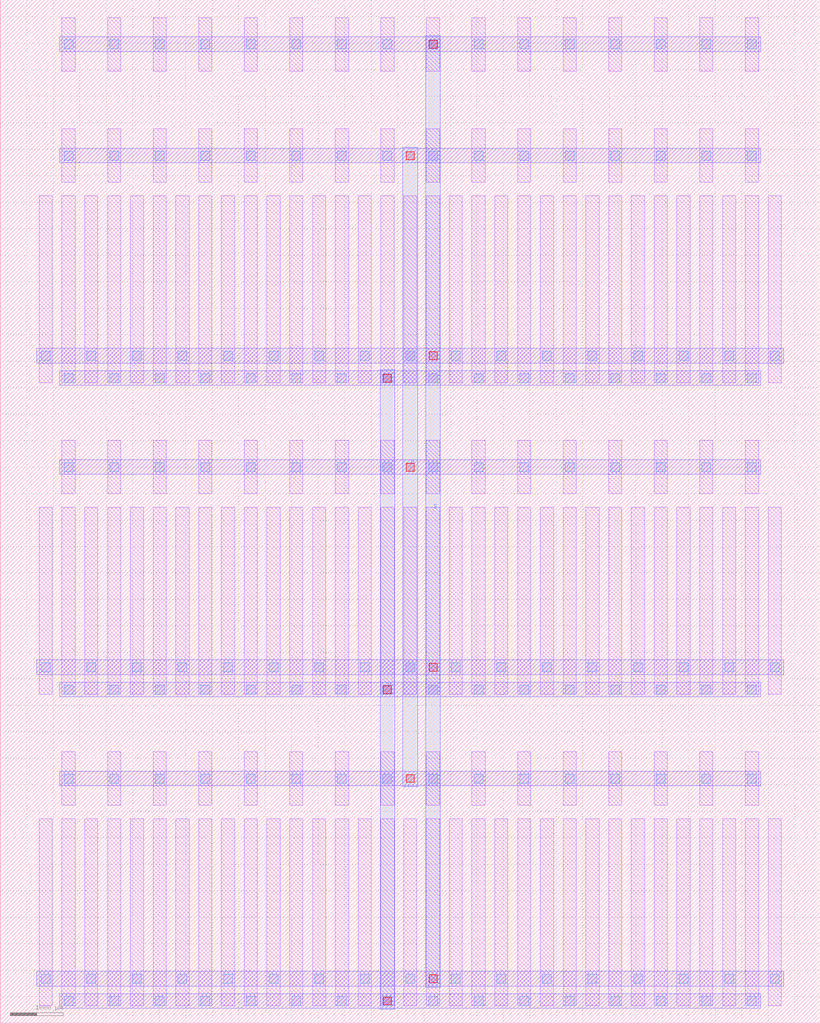
<source format=lef>
MACRO PMOS_S_71888108_X16_Y3
  UNITS 
    DATABASE MICRONS UNITS 1000;
  END UNITS 
  ORIGIN 0 0 ;
  FOREIGN PMOS_S_71888108_X16_Y3 0 0 ;
  SIZE 15480 BY 19320 ;
  PIN D
    DIRECTION INOUT ;
    USE SIGNAL ;
    PORT
      LAYER M3 ;
        RECT 7170 260 7450 12340 ;
    END
  END D
  PIN G
    DIRECTION INOUT ;
    USE SIGNAL ;
    PORT
      LAYER M3 ;
        RECT 7600 4460 7880 16540 ;
    END
  END G
  PIN S
    DIRECTION INOUT ;
    USE SIGNAL ;
    PORT
      LAYER M3 ;
        RECT 8030 680 8310 18640 ;
    END
  END S
  OBS
    LAYER M1 ;
      RECT 1165 335 1415 3865 ;
    LAYER M1 ;
      RECT 1165 4115 1415 5125 ;
    LAYER M1 ;
      RECT 1165 6215 1415 9745 ;
    LAYER M1 ;
      RECT 1165 9995 1415 11005 ;
    LAYER M1 ;
      RECT 1165 12095 1415 15625 ;
    LAYER M1 ;
      RECT 1165 15875 1415 16885 ;
    LAYER M1 ;
      RECT 1165 17975 1415 18985 ;
    LAYER M1 ;
      RECT 735 335 985 3865 ;
    LAYER M1 ;
      RECT 735 6215 985 9745 ;
    LAYER M1 ;
      RECT 735 12095 985 15625 ;
    LAYER M1 ;
      RECT 1595 335 1845 3865 ;
    LAYER M1 ;
      RECT 1595 6215 1845 9745 ;
    LAYER M1 ;
      RECT 1595 12095 1845 15625 ;
    LAYER M1 ;
      RECT 2025 335 2275 3865 ;
    LAYER M1 ;
      RECT 2025 4115 2275 5125 ;
    LAYER M1 ;
      RECT 2025 6215 2275 9745 ;
    LAYER M1 ;
      RECT 2025 9995 2275 11005 ;
    LAYER M1 ;
      RECT 2025 12095 2275 15625 ;
    LAYER M1 ;
      RECT 2025 15875 2275 16885 ;
    LAYER M1 ;
      RECT 2025 17975 2275 18985 ;
    LAYER M1 ;
      RECT 2455 335 2705 3865 ;
    LAYER M1 ;
      RECT 2455 6215 2705 9745 ;
    LAYER M1 ;
      RECT 2455 12095 2705 15625 ;
    LAYER M1 ;
      RECT 2885 335 3135 3865 ;
    LAYER M1 ;
      RECT 2885 4115 3135 5125 ;
    LAYER M1 ;
      RECT 2885 6215 3135 9745 ;
    LAYER M1 ;
      RECT 2885 9995 3135 11005 ;
    LAYER M1 ;
      RECT 2885 12095 3135 15625 ;
    LAYER M1 ;
      RECT 2885 15875 3135 16885 ;
    LAYER M1 ;
      RECT 2885 17975 3135 18985 ;
    LAYER M1 ;
      RECT 3315 335 3565 3865 ;
    LAYER M1 ;
      RECT 3315 6215 3565 9745 ;
    LAYER M1 ;
      RECT 3315 12095 3565 15625 ;
    LAYER M1 ;
      RECT 3745 335 3995 3865 ;
    LAYER M1 ;
      RECT 3745 4115 3995 5125 ;
    LAYER M1 ;
      RECT 3745 6215 3995 9745 ;
    LAYER M1 ;
      RECT 3745 9995 3995 11005 ;
    LAYER M1 ;
      RECT 3745 12095 3995 15625 ;
    LAYER M1 ;
      RECT 3745 15875 3995 16885 ;
    LAYER M1 ;
      RECT 3745 17975 3995 18985 ;
    LAYER M1 ;
      RECT 4175 335 4425 3865 ;
    LAYER M1 ;
      RECT 4175 6215 4425 9745 ;
    LAYER M1 ;
      RECT 4175 12095 4425 15625 ;
    LAYER M1 ;
      RECT 4605 335 4855 3865 ;
    LAYER M1 ;
      RECT 4605 4115 4855 5125 ;
    LAYER M1 ;
      RECT 4605 6215 4855 9745 ;
    LAYER M1 ;
      RECT 4605 9995 4855 11005 ;
    LAYER M1 ;
      RECT 4605 12095 4855 15625 ;
    LAYER M1 ;
      RECT 4605 15875 4855 16885 ;
    LAYER M1 ;
      RECT 4605 17975 4855 18985 ;
    LAYER M1 ;
      RECT 5035 335 5285 3865 ;
    LAYER M1 ;
      RECT 5035 6215 5285 9745 ;
    LAYER M1 ;
      RECT 5035 12095 5285 15625 ;
    LAYER M1 ;
      RECT 5465 335 5715 3865 ;
    LAYER M1 ;
      RECT 5465 4115 5715 5125 ;
    LAYER M1 ;
      RECT 5465 6215 5715 9745 ;
    LAYER M1 ;
      RECT 5465 9995 5715 11005 ;
    LAYER M1 ;
      RECT 5465 12095 5715 15625 ;
    LAYER M1 ;
      RECT 5465 15875 5715 16885 ;
    LAYER M1 ;
      RECT 5465 17975 5715 18985 ;
    LAYER M1 ;
      RECT 5895 335 6145 3865 ;
    LAYER M1 ;
      RECT 5895 6215 6145 9745 ;
    LAYER M1 ;
      RECT 5895 12095 6145 15625 ;
    LAYER M1 ;
      RECT 6325 335 6575 3865 ;
    LAYER M1 ;
      RECT 6325 4115 6575 5125 ;
    LAYER M1 ;
      RECT 6325 6215 6575 9745 ;
    LAYER M1 ;
      RECT 6325 9995 6575 11005 ;
    LAYER M1 ;
      RECT 6325 12095 6575 15625 ;
    LAYER M1 ;
      RECT 6325 15875 6575 16885 ;
    LAYER M1 ;
      RECT 6325 17975 6575 18985 ;
    LAYER M1 ;
      RECT 6755 335 7005 3865 ;
    LAYER M1 ;
      RECT 6755 6215 7005 9745 ;
    LAYER M1 ;
      RECT 6755 12095 7005 15625 ;
    LAYER M1 ;
      RECT 7185 335 7435 3865 ;
    LAYER M1 ;
      RECT 7185 4115 7435 5125 ;
    LAYER M1 ;
      RECT 7185 6215 7435 9745 ;
    LAYER M1 ;
      RECT 7185 9995 7435 11005 ;
    LAYER M1 ;
      RECT 7185 12095 7435 15625 ;
    LAYER M1 ;
      RECT 7185 15875 7435 16885 ;
    LAYER M1 ;
      RECT 7185 17975 7435 18985 ;
    LAYER M1 ;
      RECT 7615 335 7865 3865 ;
    LAYER M1 ;
      RECT 7615 6215 7865 9745 ;
    LAYER M1 ;
      RECT 7615 12095 7865 15625 ;
    LAYER M1 ;
      RECT 8045 335 8295 3865 ;
    LAYER M1 ;
      RECT 8045 4115 8295 5125 ;
    LAYER M1 ;
      RECT 8045 6215 8295 9745 ;
    LAYER M1 ;
      RECT 8045 9995 8295 11005 ;
    LAYER M1 ;
      RECT 8045 12095 8295 15625 ;
    LAYER M1 ;
      RECT 8045 15875 8295 16885 ;
    LAYER M1 ;
      RECT 8045 17975 8295 18985 ;
    LAYER M1 ;
      RECT 8475 335 8725 3865 ;
    LAYER M1 ;
      RECT 8475 6215 8725 9745 ;
    LAYER M1 ;
      RECT 8475 12095 8725 15625 ;
    LAYER M1 ;
      RECT 8905 335 9155 3865 ;
    LAYER M1 ;
      RECT 8905 4115 9155 5125 ;
    LAYER M1 ;
      RECT 8905 6215 9155 9745 ;
    LAYER M1 ;
      RECT 8905 9995 9155 11005 ;
    LAYER M1 ;
      RECT 8905 12095 9155 15625 ;
    LAYER M1 ;
      RECT 8905 15875 9155 16885 ;
    LAYER M1 ;
      RECT 8905 17975 9155 18985 ;
    LAYER M1 ;
      RECT 9335 335 9585 3865 ;
    LAYER M1 ;
      RECT 9335 6215 9585 9745 ;
    LAYER M1 ;
      RECT 9335 12095 9585 15625 ;
    LAYER M1 ;
      RECT 9765 335 10015 3865 ;
    LAYER M1 ;
      RECT 9765 4115 10015 5125 ;
    LAYER M1 ;
      RECT 9765 6215 10015 9745 ;
    LAYER M1 ;
      RECT 9765 9995 10015 11005 ;
    LAYER M1 ;
      RECT 9765 12095 10015 15625 ;
    LAYER M1 ;
      RECT 9765 15875 10015 16885 ;
    LAYER M1 ;
      RECT 9765 17975 10015 18985 ;
    LAYER M1 ;
      RECT 10195 335 10445 3865 ;
    LAYER M1 ;
      RECT 10195 6215 10445 9745 ;
    LAYER M1 ;
      RECT 10195 12095 10445 15625 ;
    LAYER M1 ;
      RECT 10625 335 10875 3865 ;
    LAYER M1 ;
      RECT 10625 4115 10875 5125 ;
    LAYER M1 ;
      RECT 10625 6215 10875 9745 ;
    LAYER M1 ;
      RECT 10625 9995 10875 11005 ;
    LAYER M1 ;
      RECT 10625 12095 10875 15625 ;
    LAYER M1 ;
      RECT 10625 15875 10875 16885 ;
    LAYER M1 ;
      RECT 10625 17975 10875 18985 ;
    LAYER M1 ;
      RECT 11055 335 11305 3865 ;
    LAYER M1 ;
      RECT 11055 6215 11305 9745 ;
    LAYER M1 ;
      RECT 11055 12095 11305 15625 ;
    LAYER M1 ;
      RECT 11485 335 11735 3865 ;
    LAYER M1 ;
      RECT 11485 4115 11735 5125 ;
    LAYER M1 ;
      RECT 11485 6215 11735 9745 ;
    LAYER M1 ;
      RECT 11485 9995 11735 11005 ;
    LAYER M1 ;
      RECT 11485 12095 11735 15625 ;
    LAYER M1 ;
      RECT 11485 15875 11735 16885 ;
    LAYER M1 ;
      RECT 11485 17975 11735 18985 ;
    LAYER M1 ;
      RECT 11915 335 12165 3865 ;
    LAYER M1 ;
      RECT 11915 6215 12165 9745 ;
    LAYER M1 ;
      RECT 11915 12095 12165 15625 ;
    LAYER M1 ;
      RECT 12345 335 12595 3865 ;
    LAYER M1 ;
      RECT 12345 4115 12595 5125 ;
    LAYER M1 ;
      RECT 12345 6215 12595 9745 ;
    LAYER M1 ;
      RECT 12345 9995 12595 11005 ;
    LAYER M1 ;
      RECT 12345 12095 12595 15625 ;
    LAYER M1 ;
      RECT 12345 15875 12595 16885 ;
    LAYER M1 ;
      RECT 12345 17975 12595 18985 ;
    LAYER M1 ;
      RECT 12775 335 13025 3865 ;
    LAYER M1 ;
      RECT 12775 6215 13025 9745 ;
    LAYER M1 ;
      RECT 12775 12095 13025 15625 ;
    LAYER M1 ;
      RECT 13205 335 13455 3865 ;
    LAYER M1 ;
      RECT 13205 4115 13455 5125 ;
    LAYER M1 ;
      RECT 13205 6215 13455 9745 ;
    LAYER M1 ;
      RECT 13205 9995 13455 11005 ;
    LAYER M1 ;
      RECT 13205 12095 13455 15625 ;
    LAYER M1 ;
      RECT 13205 15875 13455 16885 ;
    LAYER M1 ;
      RECT 13205 17975 13455 18985 ;
    LAYER M1 ;
      RECT 13635 335 13885 3865 ;
    LAYER M1 ;
      RECT 13635 6215 13885 9745 ;
    LAYER M1 ;
      RECT 13635 12095 13885 15625 ;
    LAYER M1 ;
      RECT 14065 335 14315 3865 ;
    LAYER M1 ;
      RECT 14065 4115 14315 5125 ;
    LAYER M1 ;
      RECT 14065 6215 14315 9745 ;
    LAYER M1 ;
      RECT 14065 9995 14315 11005 ;
    LAYER M1 ;
      RECT 14065 12095 14315 15625 ;
    LAYER M1 ;
      RECT 14065 15875 14315 16885 ;
    LAYER M1 ;
      RECT 14065 17975 14315 18985 ;
    LAYER M1 ;
      RECT 14495 335 14745 3865 ;
    LAYER M1 ;
      RECT 14495 6215 14745 9745 ;
    LAYER M1 ;
      RECT 14495 12095 14745 15625 ;
    LAYER M2 ;
      RECT 1120 280 14360 560 ;
    LAYER M2 ;
      RECT 1120 4480 14360 4760 ;
    LAYER M2 ;
      RECT 690 700 14790 980 ;
    LAYER M2 ;
      RECT 1120 6160 14360 6440 ;
    LAYER M2 ;
      RECT 1120 10360 14360 10640 ;
    LAYER M2 ;
      RECT 690 6580 14790 6860 ;
    LAYER M2 ;
      RECT 1120 12040 14360 12320 ;
    LAYER M2 ;
      RECT 1120 16240 14360 16520 ;
    LAYER M2 ;
      RECT 690 12460 14790 12740 ;
    LAYER M2 ;
      RECT 1120 18340 14360 18620 ;
    LAYER V1 ;
      RECT 13245 335 13415 505 ;
    LAYER V1 ;
      RECT 13245 4535 13415 4705 ;
    LAYER V1 ;
      RECT 13245 6215 13415 6385 ;
    LAYER V1 ;
      RECT 13245 10415 13415 10585 ;
    LAYER V1 ;
      RECT 13245 12095 13415 12265 ;
    LAYER V1 ;
      RECT 13245 16295 13415 16465 ;
    LAYER V1 ;
      RECT 13245 18395 13415 18565 ;
    LAYER V1 ;
      RECT 14105 335 14275 505 ;
    LAYER V1 ;
      RECT 14105 4535 14275 4705 ;
    LAYER V1 ;
      RECT 14105 6215 14275 6385 ;
    LAYER V1 ;
      RECT 14105 10415 14275 10585 ;
    LAYER V1 ;
      RECT 14105 12095 14275 12265 ;
    LAYER V1 ;
      RECT 14105 16295 14275 16465 ;
    LAYER V1 ;
      RECT 14105 18395 14275 18565 ;
    LAYER V1 ;
      RECT 1205 335 1375 505 ;
    LAYER V1 ;
      RECT 1205 4535 1375 4705 ;
    LAYER V1 ;
      RECT 1205 6215 1375 6385 ;
    LAYER V1 ;
      RECT 1205 10415 1375 10585 ;
    LAYER V1 ;
      RECT 1205 12095 1375 12265 ;
    LAYER V1 ;
      RECT 1205 16295 1375 16465 ;
    LAYER V1 ;
      RECT 1205 18395 1375 18565 ;
    LAYER V1 ;
      RECT 2065 335 2235 505 ;
    LAYER V1 ;
      RECT 2065 4535 2235 4705 ;
    LAYER V1 ;
      RECT 2065 6215 2235 6385 ;
    LAYER V1 ;
      RECT 2065 10415 2235 10585 ;
    LAYER V1 ;
      RECT 2065 12095 2235 12265 ;
    LAYER V1 ;
      RECT 2065 16295 2235 16465 ;
    LAYER V1 ;
      RECT 2065 18395 2235 18565 ;
    LAYER V1 ;
      RECT 2925 335 3095 505 ;
    LAYER V1 ;
      RECT 2925 4535 3095 4705 ;
    LAYER V1 ;
      RECT 2925 6215 3095 6385 ;
    LAYER V1 ;
      RECT 2925 10415 3095 10585 ;
    LAYER V1 ;
      RECT 2925 12095 3095 12265 ;
    LAYER V1 ;
      RECT 2925 16295 3095 16465 ;
    LAYER V1 ;
      RECT 2925 18395 3095 18565 ;
    LAYER V1 ;
      RECT 3785 335 3955 505 ;
    LAYER V1 ;
      RECT 3785 4535 3955 4705 ;
    LAYER V1 ;
      RECT 3785 6215 3955 6385 ;
    LAYER V1 ;
      RECT 3785 10415 3955 10585 ;
    LAYER V1 ;
      RECT 3785 12095 3955 12265 ;
    LAYER V1 ;
      RECT 3785 16295 3955 16465 ;
    LAYER V1 ;
      RECT 3785 18395 3955 18565 ;
    LAYER V1 ;
      RECT 4645 335 4815 505 ;
    LAYER V1 ;
      RECT 4645 4535 4815 4705 ;
    LAYER V1 ;
      RECT 4645 6215 4815 6385 ;
    LAYER V1 ;
      RECT 4645 10415 4815 10585 ;
    LAYER V1 ;
      RECT 4645 12095 4815 12265 ;
    LAYER V1 ;
      RECT 4645 16295 4815 16465 ;
    LAYER V1 ;
      RECT 4645 18395 4815 18565 ;
    LAYER V1 ;
      RECT 5505 335 5675 505 ;
    LAYER V1 ;
      RECT 5505 4535 5675 4705 ;
    LAYER V1 ;
      RECT 5505 6215 5675 6385 ;
    LAYER V1 ;
      RECT 5505 10415 5675 10585 ;
    LAYER V1 ;
      RECT 5505 12095 5675 12265 ;
    LAYER V1 ;
      RECT 5505 16295 5675 16465 ;
    LAYER V1 ;
      RECT 5505 18395 5675 18565 ;
    LAYER V1 ;
      RECT 6365 335 6535 505 ;
    LAYER V1 ;
      RECT 6365 4535 6535 4705 ;
    LAYER V1 ;
      RECT 6365 6215 6535 6385 ;
    LAYER V1 ;
      RECT 6365 10415 6535 10585 ;
    LAYER V1 ;
      RECT 6365 12095 6535 12265 ;
    LAYER V1 ;
      RECT 6365 16295 6535 16465 ;
    LAYER V1 ;
      RECT 6365 18395 6535 18565 ;
    LAYER V1 ;
      RECT 7225 335 7395 505 ;
    LAYER V1 ;
      RECT 7225 4535 7395 4705 ;
    LAYER V1 ;
      RECT 7225 6215 7395 6385 ;
    LAYER V1 ;
      RECT 7225 10415 7395 10585 ;
    LAYER V1 ;
      RECT 7225 12095 7395 12265 ;
    LAYER V1 ;
      RECT 7225 16295 7395 16465 ;
    LAYER V1 ;
      RECT 7225 18395 7395 18565 ;
    LAYER V1 ;
      RECT 8085 335 8255 505 ;
    LAYER V1 ;
      RECT 8085 4535 8255 4705 ;
    LAYER V1 ;
      RECT 8085 6215 8255 6385 ;
    LAYER V1 ;
      RECT 8085 10415 8255 10585 ;
    LAYER V1 ;
      RECT 8085 12095 8255 12265 ;
    LAYER V1 ;
      RECT 8085 16295 8255 16465 ;
    LAYER V1 ;
      RECT 8085 18395 8255 18565 ;
    LAYER V1 ;
      RECT 8945 335 9115 505 ;
    LAYER V1 ;
      RECT 8945 4535 9115 4705 ;
    LAYER V1 ;
      RECT 8945 6215 9115 6385 ;
    LAYER V1 ;
      RECT 8945 10415 9115 10585 ;
    LAYER V1 ;
      RECT 8945 12095 9115 12265 ;
    LAYER V1 ;
      RECT 8945 16295 9115 16465 ;
    LAYER V1 ;
      RECT 8945 18395 9115 18565 ;
    LAYER V1 ;
      RECT 9805 335 9975 505 ;
    LAYER V1 ;
      RECT 9805 4535 9975 4705 ;
    LAYER V1 ;
      RECT 9805 6215 9975 6385 ;
    LAYER V1 ;
      RECT 9805 10415 9975 10585 ;
    LAYER V1 ;
      RECT 9805 12095 9975 12265 ;
    LAYER V1 ;
      RECT 9805 16295 9975 16465 ;
    LAYER V1 ;
      RECT 9805 18395 9975 18565 ;
    LAYER V1 ;
      RECT 10665 335 10835 505 ;
    LAYER V1 ;
      RECT 10665 4535 10835 4705 ;
    LAYER V1 ;
      RECT 10665 6215 10835 6385 ;
    LAYER V1 ;
      RECT 10665 10415 10835 10585 ;
    LAYER V1 ;
      RECT 10665 12095 10835 12265 ;
    LAYER V1 ;
      RECT 10665 16295 10835 16465 ;
    LAYER V1 ;
      RECT 10665 18395 10835 18565 ;
    LAYER V1 ;
      RECT 11525 335 11695 505 ;
    LAYER V1 ;
      RECT 11525 4535 11695 4705 ;
    LAYER V1 ;
      RECT 11525 6215 11695 6385 ;
    LAYER V1 ;
      RECT 11525 10415 11695 10585 ;
    LAYER V1 ;
      RECT 11525 12095 11695 12265 ;
    LAYER V1 ;
      RECT 11525 16295 11695 16465 ;
    LAYER V1 ;
      RECT 11525 18395 11695 18565 ;
    LAYER V1 ;
      RECT 12385 335 12555 505 ;
    LAYER V1 ;
      RECT 12385 4535 12555 4705 ;
    LAYER V1 ;
      RECT 12385 6215 12555 6385 ;
    LAYER V1 ;
      RECT 12385 10415 12555 10585 ;
    LAYER V1 ;
      RECT 12385 12095 12555 12265 ;
    LAYER V1 ;
      RECT 12385 16295 12555 16465 ;
    LAYER V1 ;
      RECT 12385 18395 12555 18565 ;
    LAYER V1 ;
      RECT 13675 755 13845 925 ;
    LAYER V1 ;
      RECT 13675 6635 13845 6805 ;
    LAYER V1 ;
      RECT 13675 12515 13845 12685 ;
    LAYER V1 ;
      RECT 775 755 945 925 ;
    LAYER V1 ;
      RECT 775 6635 945 6805 ;
    LAYER V1 ;
      RECT 775 12515 945 12685 ;
    LAYER V1 ;
      RECT 14535 755 14705 925 ;
    LAYER V1 ;
      RECT 14535 6635 14705 6805 ;
    LAYER V1 ;
      RECT 14535 12515 14705 12685 ;
    LAYER V1 ;
      RECT 1635 755 1805 925 ;
    LAYER V1 ;
      RECT 1635 6635 1805 6805 ;
    LAYER V1 ;
      RECT 1635 12515 1805 12685 ;
    LAYER V1 ;
      RECT 2495 755 2665 925 ;
    LAYER V1 ;
      RECT 2495 6635 2665 6805 ;
    LAYER V1 ;
      RECT 2495 12515 2665 12685 ;
    LAYER V1 ;
      RECT 3355 755 3525 925 ;
    LAYER V1 ;
      RECT 3355 6635 3525 6805 ;
    LAYER V1 ;
      RECT 3355 12515 3525 12685 ;
    LAYER V1 ;
      RECT 4215 755 4385 925 ;
    LAYER V1 ;
      RECT 4215 6635 4385 6805 ;
    LAYER V1 ;
      RECT 4215 12515 4385 12685 ;
    LAYER V1 ;
      RECT 5075 755 5245 925 ;
    LAYER V1 ;
      RECT 5075 6635 5245 6805 ;
    LAYER V1 ;
      RECT 5075 12515 5245 12685 ;
    LAYER V1 ;
      RECT 5935 755 6105 925 ;
    LAYER V1 ;
      RECT 5935 6635 6105 6805 ;
    LAYER V1 ;
      RECT 5935 12515 6105 12685 ;
    LAYER V1 ;
      RECT 6795 755 6965 925 ;
    LAYER V1 ;
      RECT 6795 6635 6965 6805 ;
    LAYER V1 ;
      RECT 6795 12515 6965 12685 ;
    LAYER V1 ;
      RECT 7655 755 7825 925 ;
    LAYER V1 ;
      RECT 7655 6635 7825 6805 ;
    LAYER V1 ;
      RECT 7655 12515 7825 12685 ;
    LAYER V1 ;
      RECT 8515 755 8685 925 ;
    LAYER V1 ;
      RECT 8515 6635 8685 6805 ;
    LAYER V1 ;
      RECT 8515 12515 8685 12685 ;
    LAYER V1 ;
      RECT 9375 755 9545 925 ;
    LAYER V1 ;
      RECT 9375 6635 9545 6805 ;
    LAYER V1 ;
      RECT 9375 12515 9545 12685 ;
    LAYER V1 ;
      RECT 10235 755 10405 925 ;
    LAYER V1 ;
      RECT 10235 6635 10405 6805 ;
    LAYER V1 ;
      RECT 10235 12515 10405 12685 ;
    LAYER V1 ;
      RECT 11095 755 11265 925 ;
    LAYER V1 ;
      RECT 11095 6635 11265 6805 ;
    LAYER V1 ;
      RECT 11095 12515 11265 12685 ;
    LAYER V1 ;
      RECT 11955 755 12125 925 ;
    LAYER V1 ;
      RECT 11955 6635 12125 6805 ;
    LAYER V1 ;
      RECT 11955 12515 12125 12685 ;
    LAYER V1 ;
      RECT 12815 755 12985 925 ;
    LAYER V1 ;
      RECT 12815 6635 12985 6805 ;
    LAYER V1 ;
      RECT 12815 12515 12985 12685 ;
    LAYER V2 ;
      RECT 7235 345 7385 495 ;
    LAYER V2 ;
      RECT 7235 6225 7385 6375 ;
    LAYER V2 ;
      RECT 7235 12105 7385 12255 ;
    LAYER V2 ;
      RECT 7665 4545 7815 4695 ;
    LAYER V2 ;
      RECT 7665 10425 7815 10575 ;
    LAYER V2 ;
      RECT 7665 16305 7815 16455 ;
    LAYER V2 ;
      RECT 8095 765 8245 915 ;
    LAYER V2 ;
      RECT 8095 6645 8245 6795 ;
    LAYER V2 ;
      RECT 8095 12525 8245 12675 ;
    LAYER V2 ;
      RECT 8095 18405 8245 18555 ;
  END
END PMOS_S_71888108_X16_Y3

</source>
